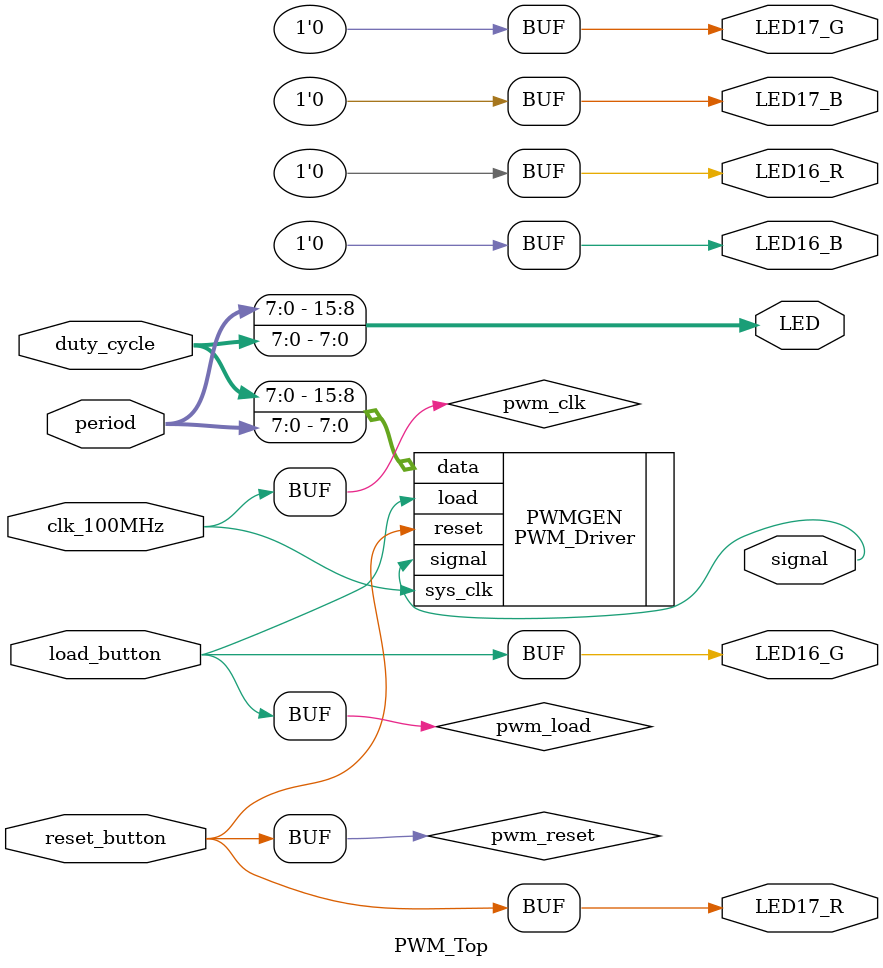
<source format=v>
`timescale 1ns / 1ps


module PWM_Top(
    input wire clk_100MHz, reset_button, load_button,
    input wire [7:0] duty_cycle, period,
    output wire signal, LED16_R, LED16_G, LED16_B, LED17_R, LED17_G, LED17_B,
    output wire [15:0] LED
    );

    wire pwm_clk, pwm_reset, pwm_load;
    //wire [7:0] pwm_duty, pwm_period;
    //wire pwm_signal;
    
    assign pwm_clk = clk_100MHz;
    assign pwm_reset = reset_button;
    assign pwm_load = load_button;
    
    PWM_Driver PWMGEN (.sys_clk(pwm_clk), .reset(pwm_reset), .load(pwm_load), .data({duty_cycle, period}), .signal(signal));
    
    assign LED = {period, duty_cycle};
    //assign signal = pwm_signal;
    assign LED17_R = reset_button;
    assign LED17_G = 0;
    assign LED17_B = 0;
    assign LED16_R = 0;
    assign LED16_G = load_button;
    assign LED16_B = 0;
    
    
endmodule
</source>
